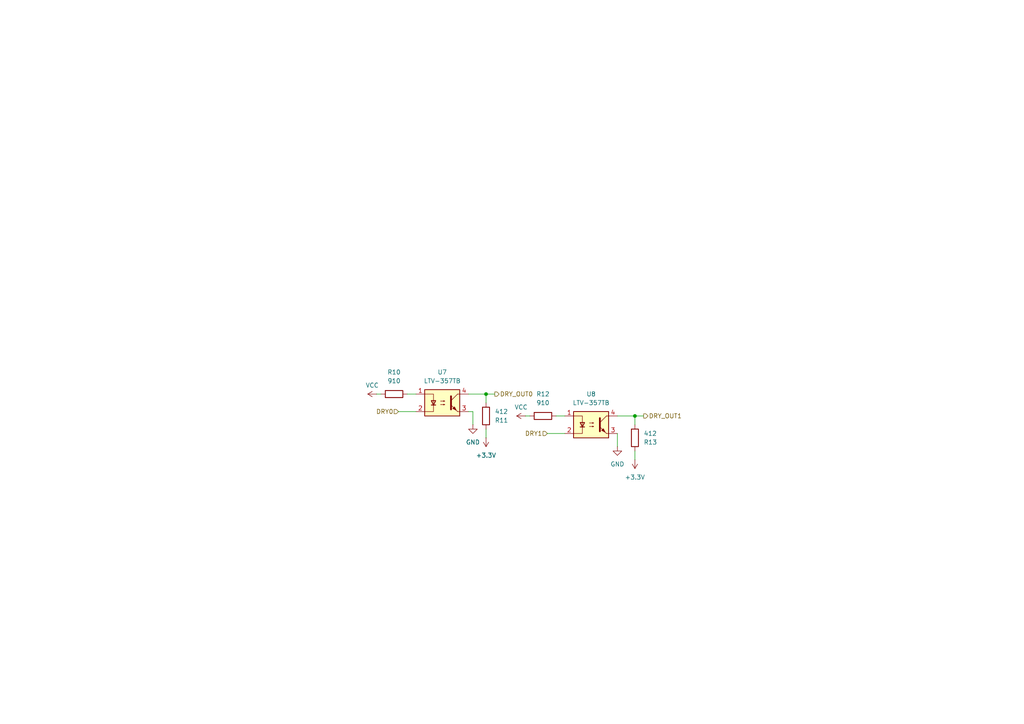
<source format=kicad_sch>
(kicad_sch
	(version 20250114)
	(generator "eeschema")
	(generator_version "9.0")
	(uuid "31d813c0-3519-4fd5-a836-e3af338a3e67")
	(paper "A4")
	(lib_symbols
		(symbol "Device:R"
			(pin_numbers
				(hide yes)
			)
			(pin_names
				(offset 0)
			)
			(exclude_from_sim no)
			(in_bom yes)
			(on_board yes)
			(property "Reference" "R"
				(at 2.032 0 90)
				(effects
					(font
						(size 1.27 1.27)
					)
				)
			)
			(property "Value" "R"
				(at 0 0 90)
				(effects
					(font
						(size 1.27 1.27)
					)
				)
			)
			(property "Footprint" ""
				(at -1.778 0 90)
				(effects
					(font
						(size 1.27 1.27)
					)
					(hide yes)
				)
			)
			(property "Datasheet" "~"
				(at 0 0 0)
				(effects
					(font
						(size 1.27 1.27)
					)
					(hide yes)
				)
			)
			(property "Description" "Resistor"
				(at 0 0 0)
				(effects
					(font
						(size 1.27 1.27)
					)
					(hide yes)
				)
			)
			(property "ki_keywords" "R res resistor"
				(at 0 0 0)
				(effects
					(font
						(size 1.27 1.27)
					)
					(hide yes)
				)
			)
			(property "ki_fp_filters" "R_*"
				(at 0 0 0)
				(effects
					(font
						(size 1.27 1.27)
					)
					(hide yes)
				)
			)
			(symbol "R_0_1"
				(rectangle
					(start -1.016 -2.54)
					(end 1.016 2.54)
					(stroke
						(width 0.254)
						(type default)
					)
					(fill
						(type none)
					)
				)
			)
			(symbol "R_1_1"
				(pin passive line
					(at 0 3.81 270)
					(length 1.27)
					(name "~"
						(effects
							(font
								(size 1.27 1.27)
							)
						)
					)
					(number "1"
						(effects
							(font
								(size 1.27 1.27)
							)
						)
					)
				)
				(pin passive line
					(at 0 -3.81 90)
					(length 1.27)
					(name "~"
						(effects
							(font
								(size 1.27 1.27)
							)
						)
					)
					(number "2"
						(effects
							(font
								(size 1.27 1.27)
							)
						)
					)
				)
			)
			(embedded_fonts no)
		)
		(symbol "Isolator:LTV-357T"
			(pin_names
				(offset 1.016)
			)
			(exclude_from_sim no)
			(in_bom yes)
			(on_board yes)
			(property "Reference" "U"
				(at -5.334 4.826 0)
				(effects
					(font
						(size 1.27 1.27)
					)
					(justify left)
				)
			)
			(property "Value" "LTV-357T"
				(at 0 5.08 0)
				(effects
					(font
						(size 1.27 1.27)
					)
					(justify left)
				)
			)
			(property "Footprint" "Package_SO:SO-4_4.4x3.6mm_P2.54mm"
				(at -5.08 -5.08 0)
				(effects
					(font
						(size 1.27 1.27)
						(italic yes)
					)
					(justify left)
					(hide yes)
				)
			)
			(property "Datasheet" "https://www.buerklin.com/medias/sys_master/download/download/h91/ha0/8892020588574.pdf"
				(at 0 0 0)
				(effects
					(font
						(size 1.27 1.27)
					)
					(justify left)
					(hide yes)
				)
			)
			(property "Description" "DC Optocoupler, Vce 35V, CTR 50%, SO-4"
				(at 0 0 0)
				(effects
					(font
						(size 1.27 1.27)
					)
					(hide yes)
				)
			)
			(property "ki_keywords" "NPN DC Optocoupler"
				(at 0 0 0)
				(effects
					(font
						(size 1.27 1.27)
					)
					(hide yes)
				)
			)
			(property "ki_fp_filters" "SO*4.4x3.6mm*P2.54mm*"
				(at 0 0 0)
				(effects
					(font
						(size 1.27 1.27)
					)
					(hide yes)
				)
			)
			(symbol "LTV-357T_0_1"
				(rectangle
					(start -5.08 3.81)
					(end 5.08 -3.81)
					(stroke
						(width 0.254)
						(type default)
					)
					(fill
						(type background)
					)
				)
				(polyline
					(pts
						(xy -5.08 2.54) (xy -2.54 2.54) (xy -2.54 -0.762)
					)
					(stroke
						(width 0)
						(type default)
					)
					(fill
						(type none)
					)
				)
				(polyline
					(pts
						(xy -3.175 -0.635) (xy -1.905 -0.635)
					)
					(stroke
						(width 0.254)
						(type default)
					)
					(fill
						(type none)
					)
				)
				(polyline
					(pts
						(xy -2.54 -0.635) (xy -2.54 -2.54) (xy -5.08 -2.54)
					)
					(stroke
						(width 0)
						(type default)
					)
					(fill
						(type none)
					)
				)
				(polyline
					(pts
						(xy -2.54 -0.635) (xy -3.175 0.635) (xy -1.905 0.635) (xy -2.54 -0.635)
					)
					(stroke
						(width 0.254)
						(type default)
					)
					(fill
						(type none)
					)
				)
				(polyline
					(pts
						(xy -0.508 0.508) (xy 0.762 0.508) (xy 0.381 0.381) (xy 0.381 0.635) (xy 0.762 0.508)
					)
					(stroke
						(width 0)
						(type default)
					)
					(fill
						(type none)
					)
				)
				(polyline
					(pts
						(xy -0.508 -0.508) (xy 0.762 -0.508) (xy 0.381 -0.635) (xy 0.381 -0.381) (xy 0.762 -0.508)
					)
					(stroke
						(width 0)
						(type default)
					)
					(fill
						(type none)
					)
				)
				(polyline
					(pts
						(xy 2.54 1.905) (xy 2.54 -1.905) (xy 2.54 -1.905)
					)
					(stroke
						(width 0.508)
						(type default)
					)
					(fill
						(type none)
					)
				)
				(polyline
					(pts
						(xy 2.54 0.635) (xy 4.445 2.54)
					)
					(stroke
						(width 0)
						(type default)
					)
					(fill
						(type none)
					)
				)
				(polyline
					(pts
						(xy 3.048 -1.651) (xy 3.556 -1.143) (xy 4.064 -2.159) (xy 3.048 -1.651) (xy 3.048 -1.651)
					)
					(stroke
						(width 0)
						(type default)
					)
					(fill
						(type outline)
					)
				)
				(polyline
					(pts
						(xy 4.445 2.54) (xy 5.08 2.54)
					)
					(stroke
						(width 0)
						(type default)
					)
					(fill
						(type none)
					)
				)
				(polyline
					(pts
						(xy 4.445 -2.54) (xy 2.54 -0.635)
					)
					(stroke
						(width 0)
						(type default)
					)
					(fill
						(type outline)
					)
				)
				(polyline
					(pts
						(xy 4.445 -2.54) (xy 5.08 -2.54)
					)
					(stroke
						(width 0)
						(type default)
					)
					(fill
						(type none)
					)
				)
			)
			(symbol "LTV-357T_1_1"
				(pin passive line
					(at -7.62 2.54 0)
					(length 2.54)
					(name "~"
						(effects
							(font
								(size 1.27 1.27)
							)
						)
					)
					(number "1"
						(effects
							(font
								(size 1.27 1.27)
							)
						)
					)
				)
				(pin passive line
					(at -7.62 -2.54 0)
					(length 2.54)
					(name "~"
						(effects
							(font
								(size 1.27 1.27)
							)
						)
					)
					(number "2"
						(effects
							(font
								(size 1.27 1.27)
							)
						)
					)
				)
				(pin passive line
					(at 7.62 2.54 180)
					(length 2.54)
					(name "~"
						(effects
							(font
								(size 1.27 1.27)
							)
						)
					)
					(number "4"
						(effects
							(font
								(size 1.27 1.27)
							)
						)
					)
				)
				(pin passive line
					(at 7.62 -2.54 180)
					(length 2.54)
					(name "~"
						(effects
							(font
								(size 1.27 1.27)
							)
						)
					)
					(number "3"
						(effects
							(font
								(size 1.27 1.27)
							)
						)
					)
				)
			)
			(embedded_fonts no)
		)
		(symbol "power:+3.3V"
			(power)
			(pin_numbers
				(hide yes)
			)
			(pin_names
				(offset 0)
				(hide yes)
			)
			(exclude_from_sim no)
			(in_bom yes)
			(on_board yes)
			(property "Reference" "#PWR"
				(at 0 -3.81 0)
				(effects
					(font
						(size 1.27 1.27)
					)
					(hide yes)
				)
			)
			(property "Value" "+3.3V"
				(at 0 3.556 0)
				(effects
					(font
						(size 1.27 1.27)
					)
				)
			)
			(property "Footprint" ""
				(at 0 0 0)
				(effects
					(font
						(size 1.27 1.27)
					)
					(hide yes)
				)
			)
			(property "Datasheet" ""
				(at 0 0 0)
				(effects
					(font
						(size 1.27 1.27)
					)
					(hide yes)
				)
			)
			(property "Description" "Power symbol creates a global label with name \"+3.3V\""
				(at 0 0 0)
				(effects
					(font
						(size 1.27 1.27)
					)
					(hide yes)
				)
			)
			(property "ki_keywords" "global power"
				(at 0 0 0)
				(effects
					(font
						(size 1.27 1.27)
					)
					(hide yes)
				)
			)
			(symbol "+3.3V_0_1"
				(polyline
					(pts
						(xy -0.762 1.27) (xy 0 2.54)
					)
					(stroke
						(width 0)
						(type default)
					)
					(fill
						(type none)
					)
				)
				(polyline
					(pts
						(xy 0 2.54) (xy 0.762 1.27)
					)
					(stroke
						(width 0)
						(type default)
					)
					(fill
						(type none)
					)
				)
				(polyline
					(pts
						(xy 0 0) (xy 0 2.54)
					)
					(stroke
						(width 0)
						(type default)
					)
					(fill
						(type none)
					)
				)
			)
			(symbol "+3.3V_1_1"
				(pin power_in line
					(at 0 0 90)
					(length 0)
					(name "~"
						(effects
							(font
								(size 1.27 1.27)
							)
						)
					)
					(number "1"
						(effects
							(font
								(size 1.27 1.27)
							)
						)
					)
				)
			)
			(embedded_fonts no)
		)
		(symbol "power:GND"
			(power)
			(pin_numbers
				(hide yes)
			)
			(pin_names
				(offset 0)
				(hide yes)
			)
			(exclude_from_sim no)
			(in_bom yes)
			(on_board yes)
			(property "Reference" "#PWR"
				(at 0 -6.35 0)
				(effects
					(font
						(size 1.27 1.27)
					)
					(hide yes)
				)
			)
			(property "Value" "GND"
				(at 0 -3.81 0)
				(effects
					(font
						(size 1.27 1.27)
					)
				)
			)
			(property "Footprint" ""
				(at 0 0 0)
				(effects
					(font
						(size 1.27 1.27)
					)
					(hide yes)
				)
			)
			(property "Datasheet" ""
				(at 0 0 0)
				(effects
					(font
						(size 1.27 1.27)
					)
					(hide yes)
				)
			)
			(property "Description" "Power symbol creates a global label with name \"GND\" , ground"
				(at 0 0 0)
				(effects
					(font
						(size 1.27 1.27)
					)
					(hide yes)
				)
			)
			(property "ki_keywords" "global power"
				(at 0 0 0)
				(effects
					(font
						(size 1.27 1.27)
					)
					(hide yes)
				)
			)
			(symbol "GND_0_1"
				(polyline
					(pts
						(xy 0 0) (xy 0 -1.27) (xy 1.27 -1.27) (xy 0 -2.54) (xy -1.27 -1.27) (xy 0 -1.27)
					)
					(stroke
						(width 0)
						(type default)
					)
					(fill
						(type none)
					)
				)
			)
			(symbol "GND_1_1"
				(pin power_in line
					(at 0 0 270)
					(length 0)
					(name "~"
						(effects
							(font
								(size 1.27 1.27)
							)
						)
					)
					(number "1"
						(effects
							(font
								(size 1.27 1.27)
							)
						)
					)
				)
			)
			(embedded_fonts no)
		)
		(symbol "power:VCC"
			(power)
			(pin_numbers
				(hide yes)
			)
			(pin_names
				(offset 0)
				(hide yes)
			)
			(exclude_from_sim no)
			(in_bom yes)
			(on_board yes)
			(property "Reference" "#PWR"
				(at 0 -3.81 0)
				(effects
					(font
						(size 1.27 1.27)
					)
					(hide yes)
				)
			)
			(property "Value" "VCC"
				(at 0 3.556 0)
				(effects
					(font
						(size 1.27 1.27)
					)
				)
			)
			(property "Footprint" ""
				(at 0 0 0)
				(effects
					(font
						(size 1.27 1.27)
					)
					(hide yes)
				)
			)
			(property "Datasheet" ""
				(at 0 0 0)
				(effects
					(font
						(size 1.27 1.27)
					)
					(hide yes)
				)
			)
			(property "Description" "Power symbol creates a global label with name \"VCC\""
				(at 0 0 0)
				(effects
					(font
						(size 1.27 1.27)
					)
					(hide yes)
				)
			)
			(property "ki_keywords" "global power"
				(at 0 0 0)
				(effects
					(font
						(size 1.27 1.27)
					)
					(hide yes)
				)
			)
			(symbol "VCC_0_1"
				(polyline
					(pts
						(xy -0.762 1.27) (xy 0 2.54)
					)
					(stroke
						(width 0)
						(type default)
					)
					(fill
						(type none)
					)
				)
				(polyline
					(pts
						(xy 0 2.54) (xy 0.762 1.27)
					)
					(stroke
						(width 0)
						(type default)
					)
					(fill
						(type none)
					)
				)
				(polyline
					(pts
						(xy 0 0) (xy 0 2.54)
					)
					(stroke
						(width 0)
						(type default)
					)
					(fill
						(type none)
					)
				)
			)
			(symbol "VCC_1_1"
				(pin power_in line
					(at 0 0 90)
					(length 0)
					(name "~"
						(effects
							(font
								(size 1.27 1.27)
							)
						)
					)
					(number "1"
						(effects
							(font
								(size 1.27 1.27)
							)
						)
					)
				)
			)
			(embedded_fonts no)
		)
	)
	(junction
		(at 184.15 120.65)
		(diameter 0)
		(color 0 0 0 0)
		(uuid "514b7727-5701-47d6-aec3-a2e1799077cc")
	)
	(junction
		(at 140.97 114.3)
		(diameter 0)
		(color 0 0 0 0)
		(uuid "c6876b92-9228-4d71-b84a-875066d1174a")
	)
	(wire
		(pts
			(xy 109.22 114.3) (xy 110.49 114.3)
		)
		(stroke
			(width 0)
			(type default)
		)
		(uuid "0af8aba1-6da1-4412-a73e-b8464488487f")
	)
	(wire
		(pts
			(xy 152.4 120.65) (xy 153.67 120.65)
		)
		(stroke
			(width 0)
			(type default)
		)
		(uuid "489c056c-c93c-42c0-a07a-e21a7ff4237b")
	)
	(wire
		(pts
			(xy 140.97 127) (xy 140.97 124.46)
		)
		(stroke
			(width 0)
			(type default)
		)
		(uuid "496919ab-8d1a-4f7e-92c9-3fbed15b24d3")
	)
	(wire
		(pts
			(xy 161.29 120.65) (xy 163.83 120.65)
		)
		(stroke
			(width 0)
			(type default)
		)
		(uuid "4cfc7a08-8044-457b-8ccb-961e49c41555")
	)
	(wire
		(pts
			(xy 184.15 120.65) (xy 186.69 120.65)
		)
		(stroke
			(width 0)
			(type default)
		)
		(uuid "58b98885-25b9-4eaa-9f78-7ac25f502ca1")
	)
	(wire
		(pts
			(xy 115.57 119.38) (xy 120.65 119.38)
		)
		(stroke
			(width 0)
			(type default)
		)
		(uuid "6d795573-2562-4fb7-afd7-383f0c598040")
	)
	(wire
		(pts
			(xy 118.11 114.3) (xy 120.65 114.3)
		)
		(stroke
			(width 0)
			(type default)
		)
		(uuid "774e46ef-fce7-49a2-8be6-b08815428ea8")
	)
	(wire
		(pts
			(xy 179.07 129.54) (xy 179.07 125.73)
		)
		(stroke
			(width 0)
			(type default)
		)
		(uuid "939e6223-1da2-4dfb-b7ab-b07c453994f1")
	)
	(wire
		(pts
			(xy 140.97 114.3) (xy 140.97 116.84)
		)
		(stroke
			(width 0)
			(type default)
		)
		(uuid "9c83ba74-f3da-4dc6-b608-b168cc1d098c")
	)
	(wire
		(pts
			(xy 135.89 114.3) (xy 140.97 114.3)
		)
		(stroke
			(width 0)
			(type default)
		)
		(uuid "9cbf7884-f9ef-468c-b48f-941454b24960")
	)
	(wire
		(pts
			(xy 179.07 120.65) (xy 184.15 120.65)
		)
		(stroke
			(width 0)
			(type default)
		)
		(uuid "a103405d-14a4-4ac3-af30-c08aa92db371")
	)
	(wire
		(pts
			(xy 158.75 125.73) (xy 163.83 125.73)
		)
		(stroke
			(width 0)
			(type default)
		)
		(uuid "aab1eecf-e5bc-4c64-b1d7-737b1276c079")
	)
	(wire
		(pts
			(xy 137.16 123.19) (xy 137.16 119.38)
		)
		(stroke
			(width 0)
			(type default)
		)
		(uuid "b896aca2-e550-420d-a64f-f725209b64d9")
	)
	(wire
		(pts
			(xy 184.15 133.35) (xy 184.15 130.81)
		)
		(stroke
			(width 0)
			(type default)
		)
		(uuid "e9af7a50-46c5-4ac9-9b46-9718fe11d44c")
	)
	(wire
		(pts
			(xy 137.16 119.38) (xy 135.89 119.38)
		)
		(stroke
			(width 0)
			(type default)
		)
		(uuid "eea65538-504d-40ec-bae2-88ff3bf0e5aa")
	)
	(wire
		(pts
			(xy 140.97 114.3) (xy 143.51 114.3)
		)
		(stroke
			(width 0)
			(type default)
		)
		(uuid "fc1f254e-9066-4dc8-be4e-251b44afe7ba")
	)
	(wire
		(pts
			(xy 184.15 120.65) (xy 184.15 123.19)
		)
		(stroke
			(width 0)
			(type default)
		)
		(uuid "fdfe6deb-1059-413e-81ae-3c9bff773cf9")
	)
	(hierarchical_label "DRY_OUT0"
		(shape output)
		(at 143.51 114.3 0)
		(effects
			(font
				(size 1.27 1.27)
			)
			(justify left)
		)
		(uuid "5947acb7-aa23-4a0d-8033-26b0b2366a1c")
	)
	(hierarchical_label "DRY1"
		(shape input)
		(at 158.75 125.73 180)
		(effects
			(font
				(size 1.27 1.27)
			)
			(justify right)
		)
		(uuid "9227c51b-c70b-4c7e-bbd3-69eb193aab7d")
	)
	(hierarchical_label "DRY_OUT1"
		(shape output)
		(at 186.69 120.65 0)
		(effects
			(font
				(size 1.27 1.27)
			)
			(justify left)
		)
		(uuid "e61caad3-fe25-4324-bb14-cb3a2db0aa20")
	)
	(hierarchical_label "DRY0"
		(shape input)
		(at 115.57 119.38 180)
		(effects
			(font
				(size 1.27 1.27)
			)
			(justify right)
		)
		(uuid "f3413a76-14a1-4182-81d4-a55d28eac864")
	)
	(symbol
		(lib_id "Device:R")
		(at 140.97 120.65 0)
		(mirror y)
		(unit 1)
		(exclude_from_sim no)
		(in_bom yes)
		(on_board yes)
		(dnp no)
		(fields_autoplaced yes)
		(uuid "358a3407-699a-449b-8f94-0b1618813dc5")
		(property "Reference" "R11"
			(at 143.51 121.9201 0)
			(effects
				(font
					(size 1.27 1.27)
				)
				(justify right)
			)
		)
		(property "Value" "412"
			(at 143.51 119.3801 0)
			(effects
				(font
					(size 1.27 1.27)
				)
				(justify right)
			)
		)
		(property "Footprint" ""
			(at 142.748 120.65 90)
			(effects
				(font
					(size 1.27 1.27)
				)
				(hide yes)
			)
		)
		(property "Datasheet" "~"
			(at 140.97 120.65 0)
			(effects
				(font
					(size 1.27 1.27)
				)
				(hide yes)
			)
		)
		(property "Description" "Resistor"
			(at 140.97 120.65 0)
			(effects
				(font
					(size 1.27 1.27)
				)
				(hide yes)
			)
		)
		(pin "1"
			(uuid "a3dbcf10-af81-491e-9a53-edc1a9ba2e7b")
		)
		(pin "2"
			(uuid "e6f0e4ab-0026-490b-bdd7-fb918463cffb")
		)
		(instances
			(project "NIVARA"
				(path "/8290cc18-06d0-4e02-a781-29a61ebc321a/9e4d7a0c-a5eb-4e88-9036-0c35e68b279a/2ac137b5-1347-46a5-b780-a606790c1a93"
					(reference "R11")
					(unit 1)
				)
			)
		)
	)
	(symbol
		(lib_id "power:+3.3V")
		(at 140.97 127 0)
		(mirror x)
		(unit 1)
		(exclude_from_sim no)
		(in_bom yes)
		(on_board yes)
		(dnp no)
		(fields_autoplaced yes)
		(uuid "43d2a63a-8791-4041-a987-4fadb05ac615")
		(property "Reference" "#PWR035"
			(at 140.97 123.19 0)
			(effects
				(font
					(size 1.27 1.27)
				)
				(hide yes)
			)
		)
		(property "Value" "+3.3V"
			(at 140.97 132.08 0)
			(effects
				(font
					(size 1.27 1.27)
				)
			)
		)
		(property "Footprint" ""
			(at 140.97 127 0)
			(effects
				(font
					(size 1.27 1.27)
				)
				(hide yes)
			)
		)
		(property "Datasheet" ""
			(at 140.97 127 0)
			(effects
				(font
					(size 1.27 1.27)
				)
				(hide yes)
			)
		)
		(property "Description" "Power symbol creates a global label with name \"+3.3V\""
			(at 140.97 127 0)
			(effects
				(font
					(size 1.27 1.27)
				)
				(hide yes)
			)
		)
		(pin "1"
			(uuid "f4150437-3b6f-4d2a-8058-1313413c74c8")
		)
		(instances
			(project "NIVARA"
				(path "/8290cc18-06d0-4e02-a781-29a61ebc321a/9e4d7a0c-a5eb-4e88-9036-0c35e68b279a/2ac137b5-1347-46a5-b780-a606790c1a93"
					(reference "#PWR035")
					(unit 1)
				)
			)
		)
	)
	(symbol
		(lib_id "power:+3.3V")
		(at 184.15 133.35 0)
		(mirror x)
		(unit 1)
		(exclude_from_sim no)
		(in_bom yes)
		(on_board yes)
		(dnp no)
		(fields_autoplaced yes)
		(uuid "515384e8-a0b6-43b5-a391-74963c0a40c4")
		(property "Reference" "#PWR040"
			(at 184.15 129.54 0)
			(effects
				(font
					(size 1.27 1.27)
				)
				(hide yes)
			)
		)
		(property "Value" "+3.3V"
			(at 184.15 138.43 0)
			(effects
				(font
					(size 1.27 1.27)
				)
			)
		)
		(property "Footprint" ""
			(at 184.15 133.35 0)
			(effects
				(font
					(size 1.27 1.27)
				)
				(hide yes)
			)
		)
		(property "Datasheet" ""
			(at 184.15 133.35 0)
			(effects
				(font
					(size 1.27 1.27)
				)
				(hide yes)
			)
		)
		(property "Description" "Power symbol creates a global label with name \"+3.3V\""
			(at 184.15 133.35 0)
			(effects
				(font
					(size 1.27 1.27)
				)
				(hide yes)
			)
		)
		(pin "1"
			(uuid "ff07c4d4-6502-4fdb-8b8c-184ad6761029")
		)
		(instances
			(project "NIVARA"
				(path "/8290cc18-06d0-4e02-a781-29a61ebc321a/9e4d7a0c-a5eb-4e88-9036-0c35e68b279a/2ac137b5-1347-46a5-b780-a606790c1a93"
					(reference "#PWR040")
					(unit 1)
				)
			)
		)
	)
	(symbol
		(lib_id "power:VCC")
		(at 109.22 114.3 90)
		(unit 1)
		(exclude_from_sim no)
		(in_bom yes)
		(on_board yes)
		(dnp no)
		(fields_autoplaced yes)
		(uuid "5b957901-846e-4717-87bd-00d657e0689b")
		(property "Reference" "#PWR036"
			(at 113.03 114.3 0)
			(effects
				(font
					(size 1.27 1.27)
				)
				(hide yes)
			)
		)
		(property "Value" "VCC"
			(at 107.95 111.76 90)
			(effects
				(font
					(size 1.27 1.27)
				)
			)
		)
		(property "Footprint" ""
			(at 109.22 114.3 0)
			(effects
				(font
					(size 1.27 1.27)
				)
				(hide yes)
			)
		)
		(property "Datasheet" ""
			(at 109.22 114.3 0)
			(effects
				(font
					(size 1.27 1.27)
				)
				(hide yes)
			)
		)
		(property "Description" "Power symbol creates a global label with name \"VCC\""
			(at 109.22 114.3 0)
			(effects
				(font
					(size 1.27 1.27)
				)
				(hide yes)
			)
		)
		(pin "1"
			(uuid "e05993cf-8081-4d96-bdb4-166486b43f9d")
		)
		(instances
			(project "NIVARA"
				(path "/8290cc18-06d0-4e02-a781-29a61ebc321a/9e4d7a0c-a5eb-4e88-9036-0c35e68b279a/2ac137b5-1347-46a5-b780-a606790c1a93"
					(reference "#PWR036")
					(unit 1)
				)
			)
		)
	)
	(symbol
		(lib_id "Isolator:LTV-357T")
		(at 128.27 116.84 0)
		(unit 1)
		(exclude_from_sim no)
		(in_bom yes)
		(on_board yes)
		(dnp no)
		(fields_autoplaced yes)
		(uuid "8941b3df-0541-422d-8b8d-b7d5eaa80e50")
		(property "Reference" "U7"
			(at 128.27 107.95 0)
			(effects
				(font
					(size 1.27 1.27)
				)
			)
		)
		(property "Value" "LTV-357TB"
			(at 128.27 110.49 0)
			(effects
				(font
					(size 1.27 1.27)
				)
			)
		)
		(property "Footprint" "Package_SO:SO-4_4.4x3.6mm_P2.54mm"
			(at 123.19 121.92 0)
			(effects
				(font
					(size 1.27 1.27)
					(italic yes)
				)
				(justify left)
				(hide yes)
			)
		)
		(property "Datasheet" "https://www.buerklin.com/medias/sys_master/download/download/h91/ha0/8892020588574.pdf"
			(at 128.27 116.84 0)
			(effects
				(font
					(size 1.27 1.27)
				)
				(justify left)
				(hide yes)
			)
		)
		(property "Description" "DC Optocoupler, Vce 35V, CTR 50%, SO-4"
			(at 128.27 116.84 0)
			(effects
				(font
					(size 1.27 1.27)
				)
				(hide yes)
			)
		)
		(pin "3"
			(uuid "d398a175-b7a8-4eb7-8193-6551d94ee85c")
		)
		(pin "1"
			(uuid "10d552bf-ee51-4f11-bf5e-4a0f6649795a")
		)
		(pin "2"
			(uuid "96c47374-73ea-4071-85c2-dded1a153366")
		)
		(pin "4"
			(uuid "33c9c732-4990-4709-8943-fe582073e77d")
		)
		(instances
			(project "NIVARA"
				(path "/8290cc18-06d0-4e02-a781-29a61ebc321a/9e4d7a0c-a5eb-4e88-9036-0c35e68b279a/2ac137b5-1347-46a5-b780-a606790c1a93"
					(reference "U7")
					(unit 1)
				)
			)
		)
	)
	(symbol
		(lib_id "Device:R")
		(at 184.15 127 0)
		(mirror y)
		(unit 1)
		(exclude_from_sim no)
		(in_bom yes)
		(on_board yes)
		(dnp no)
		(fields_autoplaced yes)
		(uuid "8f920f08-0501-490e-b9ec-230fea39de69")
		(property "Reference" "R13"
			(at 186.69 128.2701 0)
			(effects
				(font
					(size 1.27 1.27)
				)
				(justify right)
			)
		)
		(property "Value" "412"
			(at 186.69 125.7301 0)
			(effects
				(font
					(size 1.27 1.27)
				)
				(justify right)
			)
		)
		(property "Footprint" ""
			(at 185.928 127 90)
			(effects
				(font
					(size 1.27 1.27)
				)
				(hide yes)
			)
		)
		(property "Datasheet" "~"
			(at 184.15 127 0)
			(effects
				(font
					(size 1.27 1.27)
				)
				(hide yes)
			)
		)
		(property "Description" "Resistor"
			(at 184.15 127 0)
			(effects
				(font
					(size 1.27 1.27)
				)
				(hide yes)
			)
		)
		(pin "1"
			(uuid "5f634ea2-2ed1-47a8-94db-f2cdc200aa4e")
		)
		(pin "2"
			(uuid "b1c645b3-cd8b-4c75-95eb-9652e8d88576")
		)
		(instances
			(project "NIVARA"
				(path "/8290cc18-06d0-4e02-a781-29a61ebc321a/9e4d7a0c-a5eb-4e88-9036-0c35e68b279a/2ac137b5-1347-46a5-b780-a606790c1a93"
					(reference "R13")
					(unit 1)
				)
			)
		)
	)
	(symbol
		(lib_id "Device:R")
		(at 114.3 114.3 90)
		(unit 1)
		(exclude_from_sim no)
		(in_bom yes)
		(on_board yes)
		(dnp no)
		(fields_autoplaced yes)
		(uuid "9b8b309d-8756-4545-9967-c26c9642e73c")
		(property "Reference" "R10"
			(at 114.3 107.95 90)
			(effects
				(font
					(size 1.27 1.27)
				)
			)
		)
		(property "Value" "910"
			(at 114.3 110.49 90)
			(effects
				(font
					(size 1.27 1.27)
				)
			)
		)
		(property "Footprint" "Resistor_SMD:R_0603_1608Metric"
			(at 114.3 116.078 90)
			(effects
				(font
					(size 1.27 1.27)
				)
				(hide yes)
			)
		)
		(property "Datasheet" "~"
			(at 114.3 114.3 0)
			(effects
				(font
					(size 1.27 1.27)
				)
				(hide yes)
			)
		)
		(property "Description" "Resistor"
			(at 114.3 114.3 0)
			(effects
				(font
					(size 1.27 1.27)
				)
				(hide yes)
			)
		)
		(property "LCSC#" "C114670"
			(at 114.3 114.3 90)
			(effects
				(font
					(size 1.27 1.27)
				)
				(hide yes)
			)
		)
		(pin "1"
			(uuid "c04e6976-b35b-429a-bf3f-3b69dccb7b9f")
		)
		(pin "2"
			(uuid "06394ec1-ac1a-4f4d-82aa-4c8f2c291a91")
		)
		(instances
			(project "NIVARA"
				(path "/8290cc18-06d0-4e02-a781-29a61ebc321a/9e4d7a0c-a5eb-4e88-9036-0c35e68b279a/2ac137b5-1347-46a5-b780-a606790c1a93"
					(reference "R10")
					(unit 1)
				)
			)
		)
	)
	(symbol
		(lib_id "Device:R")
		(at 157.48 120.65 90)
		(unit 1)
		(exclude_from_sim no)
		(in_bom yes)
		(on_board yes)
		(dnp no)
		(fields_autoplaced yes)
		(uuid "a1eb8860-1fd9-48cb-9d1a-78190e546557")
		(property "Reference" "R12"
			(at 157.48 114.3 90)
			(effects
				(font
					(size 1.27 1.27)
				)
			)
		)
		(property "Value" "910"
			(at 157.48 116.84 90)
			(effects
				(font
					(size 1.27 1.27)
				)
			)
		)
		(property "Footprint" "Resistor_SMD:R_0603_1608Metric"
			(at 157.48 122.428 90)
			(effects
				(font
					(size 1.27 1.27)
				)
				(hide yes)
			)
		)
		(property "Datasheet" "~"
			(at 157.48 120.65 0)
			(effects
				(font
					(size 1.27 1.27)
				)
				(hide yes)
			)
		)
		(property "Description" "Resistor"
			(at 157.48 120.65 0)
			(effects
				(font
					(size 1.27 1.27)
				)
				(hide yes)
			)
		)
		(property "LCSC#" "C114670"
			(at 157.48 120.65 90)
			(effects
				(font
					(size 1.27 1.27)
				)
				(hide yes)
			)
		)
		(pin "1"
			(uuid "68e9a137-5698-4820-ba00-f4d0ba292513")
		)
		(pin "2"
			(uuid "bbc7be1e-06cf-41de-9735-7b0c11de5c3a")
		)
		(instances
			(project "NIVARA"
				(path "/8290cc18-06d0-4e02-a781-29a61ebc321a/9e4d7a0c-a5eb-4e88-9036-0c35e68b279a/2ac137b5-1347-46a5-b780-a606790c1a93"
					(reference "R12")
					(unit 1)
				)
			)
		)
	)
	(symbol
		(lib_id "power:GND")
		(at 137.16 123.19 0)
		(unit 1)
		(exclude_from_sim no)
		(in_bom yes)
		(on_board yes)
		(dnp no)
		(fields_autoplaced yes)
		(uuid "ac77745a-014e-424a-ba49-347c4b6959e4")
		(property "Reference" "#PWR034"
			(at 137.16 129.54 0)
			(effects
				(font
					(size 1.27 1.27)
				)
				(hide yes)
			)
		)
		(property "Value" "GND"
			(at 137.16 128.27 0)
			(effects
				(font
					(size 1.27 1.27)
				)
			)
		)
		(property "Footprint" ""
			(at 137.16 123.19 0)
			(effects
				(font
					(size 1.27 1.27)
				)
				(hide yes)
			)
		)
		(property "Datasheet" ""
			(at 137.16 123.19 0)
			(effects
				(font
					(size 1.27 1.27)
				)
				(hide yes)
			)
		)
		(property "Description" "Power symbol creates a global label with name \"GND\" , ground"
			(at 137.16 123.19 0)
			(effects
				(font
					(size 1.27 1.27)
				)
				(hide yes)
			)
		)
		(pin "1"
			(uuid "3ad1c69d-348e-4cc3-82b3-6bb3132c8356")
		)
		(instances
			(project "NIVARA"
				(path "/8290cc18-06d0-4e02-a781-29a61ebc321a/9e4d7a0c-a5eb-4e88-9036-0c35e68b279a/2ac137b5-1347-46a5-b780-a606790c1a93"
					(reference "#PWR034")
					(unit 1)
				)
			)
		)
	)
	(symbol
		(lib_id "power:GND")
		(at 179.07 129.54 0)
		(unit 1)
		(exclude_from_sim no)
		(in_bom yes)
		(on_board yes)
		(dnp no)
		(fields_autoplaced yes)
		(uuid "d22b6c30-7b6f-485e-8b21-5fbd33af130f")
		(property "Reference" "#PWR039"
			(at 179.07 135.89 0)
			(effects
				(font
					(size 1.27 1.27)
				)
				(hide yes)
			)
		)
		(property "Value" "GND"
			(at 179.07 134.62 0)
			(effects
				(font
					(size 1.27 1.27)
				)
			)
		)
		(property "Footprint" ""
			(at 179.07 129.54 0)
			(effects
				(font
					(size 1.27 1.27)
				)
				(hide yes)
			)
		)
		(property "Datasheet" ""
			(at 179.07 129.54 0)
			(effects
				(font
					(size 1.27 1.27)
				)
				(hide yes)
			)
		)
		(property "Description" "Power symbol creates a global label with name \"GND\" , ground"
			(at 179.07 129.54 0)
			(effects
				(font
					(size 1.27 1.27)
				)
				(hide yes)
			)
		)
		(pin "1"
			(uuid "6d8a03ec-8f3c-4c11-a5de-0956a777f94f")
		)
		(instances
			(project "NIVARA"
				(path "/8290cc18-06d0-4e02-a781-29a61ebc321a/9e4d7a0c-a5eb-4e88-9036-0c35e68b279a/2ac137b5-1347-46a5-b780-a606790c1a93"
					(reference "#PWR039")
					(unit 1)
				)
			)
		)
	)
	(symbol
		(lib_id "Isolator:LTV-357T")
		(at 171.45 123.19 0)
		(unit 1)
		(exclude_from_sim no)
		(in_bom yes)
		(on_board yes)
		(dnp no)
		(fields_autoplaced yes)
		(uuid "dbe8753d-1c00-47d0-ac20-3e2b515fb6b8")
		(property "Reference" "U8"
			(at 171.45 114.3 0)
			(effects
				(font
					(size 1.27 1.27)
				)
			)
		)
		(property "Value" "LTV-357TB"
			(at 171.45 116.84 0)
			(effects
				(font
					(size 1.27 1.27)
				)
			)
		)
		(property "Footprint" "Package_SO:SO-4_4.4x3.6mm_P2.54mm"
			(at 166.37 128.27 0)
			(effects
				(font
					(size 1.27 1.27)
					(italic yes)
				)
				(justify left)
				(hide yes)
			)
		)
		(property "Datasheet" "https://www.buerklin.com/medias/sys_master/download/download/h91/ha0/8892020588574.pdf"
			(at 171.45 123.19 0)
			(effects
				(font
					(size 1.27 1.27)
				)
				(justify left)
				(hide yes)
			)
		)
		(property "Description" "DC Optocoupler, Vce 35V, CTR 50%, SO-4"
			(at 171.45 123.19 0)
			(effects
				(font
					(size 1.27 1.27)
				)
				(hide yes)
			)
		)
		(pin "3"
			(uuid "38435426-6f92-43f3-90a4-91ce37b64443")
		)
		(pin "1"
			(uuid "45083ab3-5e5b-45be-afd7-325f389ba47d")
		)
		(pin "2"
			(uuid "eb92de25-0e4b-4f17-a6be-6581d809be22")
		)
		(pin "4"
			(uuid "51e08f23-f29c-46e0-954f-2816d2bd0228")
		)
		(instances
			(project "NIVARA"
				(path "/8290cc18-06d0-4e02-a781-29a61ebc321a/9e4d7a0c-a5eb-4e88-9036-0c35e68b279a/2ac137b5-1347-46a5-b780-a606790c1a93"
					(reference "U8")
					(unit 1)
				)
			)
		)
	)
	(symbol
		(lib_id "power:VCC")
		(at 152.4 120.65 90)
		(unit 1)
		(exclude_from_sim no)
		(in_bom yes)
		(on_board yes)
		(dnp no)
		(fields_autoplaced yes)
		(uuid "eddf6537-9ca0-4c2b-b65f-3286c168bc02")
		(property "Reference" "#PWR037"
			(at 156.21 120.65 0)
			(effects
				(font
					(size 1.27 1.27)
				)
				(hide yes)
			)
		)
		(property "Value" "VCC"
			(at 151.13 118.11 90)
			(effects
				(font
					(size 1.27 1.27)
				)
			)
		)
		(property "Footprint" ""
			(at 152.4 120.65 0)
			(effects
				(font
					(size 1.27 1.27)
				)
				(hide yes)
			)
		)
		(property "Datasheet" ""
			(at 152.4 120.65 0)
			(effects
				(font
					(size 1.27 1.27)
				)
				(hide yes)
			)
		)
		(property "Description" "Power symbol creates a global label with name \"VCC\""
			(at 152.4 120.65 0)
			(effects
				(font
					(size 1.27 1.27)
				)
				(hide yes)
			)
		)
		(pin "1"
			(uuid "8bef2c54-ba7e-4da3-a141-52068c072062")
		)
		(instances
			(project "NIVARA"
				(path "/8290cc18-06d0-4e02-a781-29a61ebc321a/9e4d7a0c-a5eb-4e88-9036-0c35e68b279a/2ac137b5-1347-46a5-b780-a606790c1a93"
					(reference "#PWR037")
					(unit 1)
				)
			)
		)
	)
)

</source>
